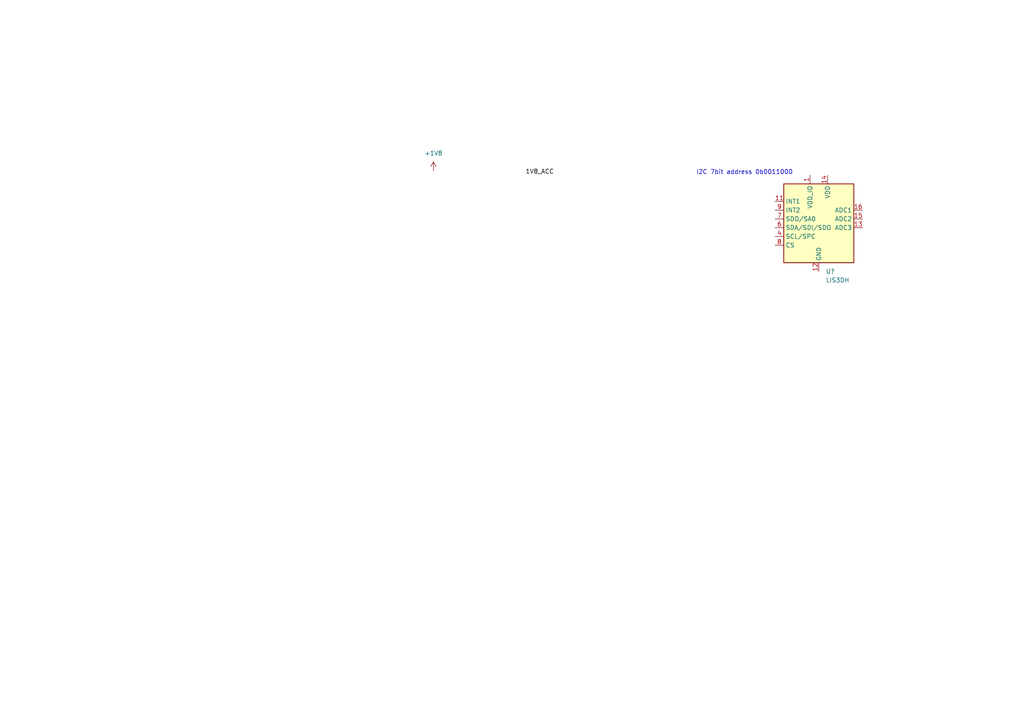
<source format=kicad_sch>
(kicad_sch (version 20211123) (generator eeschema)
  (paper "A4")
  (lib_symbols
    (symbol "Sensor_Motion:LIS3DH"
      (property "Reference" "U" (at -7.62 11.43 0))
      (property "Value" "LIS3DH" (at 6.35 11.43 0))
      (symbol "LIS3DH_0_1"
        (rectangle (start -10.16 10.16) (end 10.16 -12.7) (stroke (width 0.254)) (fill (type background)))
      )
      (symbol "LIS3DH_1_1"
        (pin power_in line (at -2.54 12.7 270) (length 2.54) (name "VDD_IO") (number "1"))
        (pin passive line (at 0 -15.24 90) (length 2.54) hide (name "GND") (number "10"))
        (pin output line (at -12.7 5.08 0) (length 2.54) (name "INT1") (number "11"))
        (pin power_in line (at 0 -15.24 90) (length 2.54) (name "GND") (number "12"))
        (pin input line (at 12.7 -2.54 180) (length 2.54) (name "ADC3") (number "13"))
        (pin power_in line (at 2.54 12.7 270) (length 2.54) (name "VDD") (number "14"))
        (pin input line (at 12.7 0 180) (length 2.54) (name "ADC2") (number "15"))
        (pin input line (at 12.7 2.54 180) (length 2.54) (name "ADC1") (number "16"))
        (pin no_connect line (at 10.16 5.08 180) (length 2.54) hide (name "NC") (number "2"))
        (pin no_connect line (at 10.16 7.62 180) (length 2.54) hide (name "NC") (number "3"))
        (pin input line (at -12.7 -5.08 0) (length 2.54) (name "SCL/SPC") (number "4"))
        (pin passive line (at 0 -15.24 90) (length 2.54) hide (name "GND") (number "5"))
        (pin bidirectional line (at -12.7 -2.54 0) (length 2.54) (name "SDA/SDI/SDO") (number "6"))
        (pin bidirectional line (at -12.7 0 0) (length 2.54) (name "SDO/SA0") (number "7"))
        (pin input line (at -12.7 -7.62 0) (length 2.54) (name "CS") (number "8"))
        (pin output line (at -12.7 2.54 0) (length 2.54) (name "INT2") (number "9"))
      )
    )
    (symbol "power:+1V8" (power) (pin_names (offset 0))
      (property "Value" "+1V8" (at 0 3.556 0))
      (symbol "+1V8_0_1"
        (polyline (pts (xy -0.762 1.27) (xy 0 2.54)))
        (polyline (pts (xy 0 0) (xy 0 2.54)))
        (polyline (pts (xy 0 2.54) (xy 0.762 1.27)))
      )
      (symbol "+1V8_1_1"
        (pin power_in line (at 0 0 90) (length 0) hide (name "+1V8") (number "1"))
      )
    )
  )
  (text "I2C 7bit address 0b0011000" (at 201.93 50.8 0) (effects (font (size 1.27 1.27)) (justify left bottom)))
  (label "1V8_ACC" (at 152.4 50.8 0))
  (symbol (lib_id "power:+1V8") (at 125.73 49.53 0) (unit 1)
    (property "Reference" "#PWR?" (effects hide))
    (property "Value" "+1V8" (at 125.73 44.45 0))
  )
  (symbol (lib_id "Sensor_Motion:LIS3DH") (at 237.49 63.5 0) (unit 1)
    (property "Reference" "U?" (at 239.5094 78.74 0) (effects (justify left)))
    (property "Value" "LIS3DH" (at 239.5094 81.28 0) (effects (justify left)))
    (property "Footprint" "Package_LGA:LGA-16_3x3mm_P0.5mm_LayoutBorder3x5y" (effects hide))
    (property "Datasheet" "https://www.st.com/resource/en/datasheet/cd00274221.pdf" (effects hide))
  )
)
</source>
